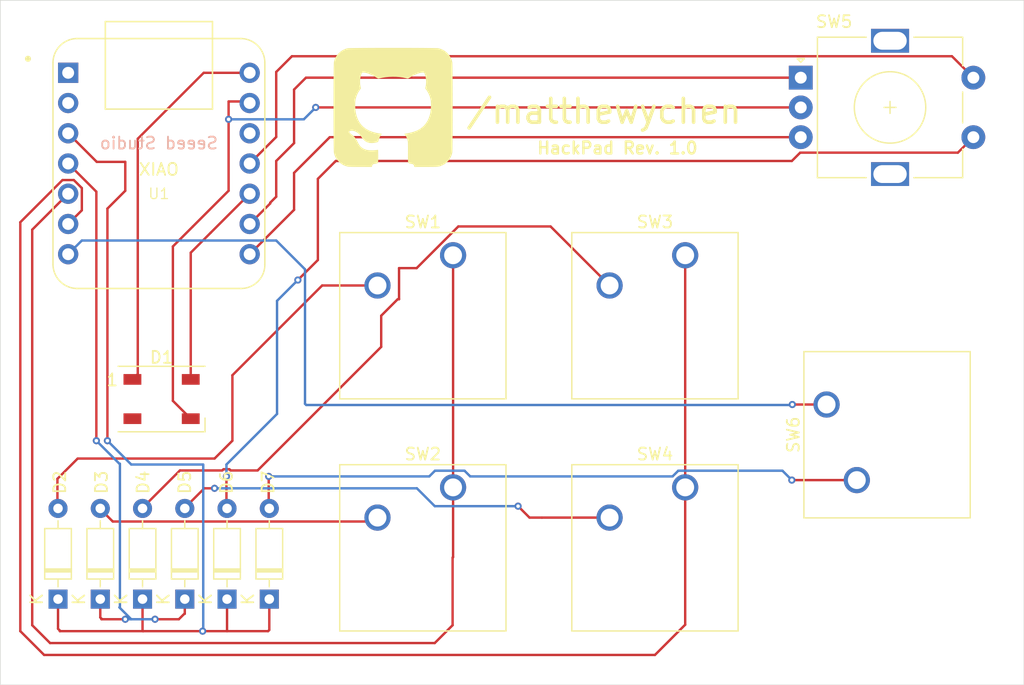
<source format=kicad_pcb>
(kicad_pcb (version 20240108) (generator "pcbnew") (generator_version "8.0")
  (title_block (title "HackPad") (date "2024-10-10") (rev "1.0") (company "Hack Club") (comment 1 "Matthew Chen for"))
  (layers (0 "F.Cu" signal) (31 "B.Cu" signal) (34 "B.Paste" user) (35 "F.Paste" user) (36 "B.SilkS" user "B.Silkscreen") (37 "F.SilkS" user "F.Silkscreen") (38 "B.Mask" user) (39 "F.Mask" user) (44 "Edge.Cuts" user))
  (net 0 "")
  (net 2 "Net-(D1-DIN)")
  (net 3 "GND")
  (net 4 "VCC")
  (net 5 "Net-(D2-K)")
  (net 6 "Net-(D2-A)")
  (net 7 "Net-(D3-K)")
  (net 8 "Net-(D3-A)")
  (net 9 "Net-(D4-A)")
  (net 10 "Net-(D5-A)")
  (net 11 "Net-(D6-A)")
  (net 12 "Net-(D7-A)")
  (net 13 "Net-(U1-PB09_A7_D7_RX)")
  (net 14 "Net-(U1-PA7_A8_D8_SCK)")
  (net 15 "Net-(U1-PA6_A10_D10_MOSI)")
  (net 19 "/C0")
  (net 20 "/C2")
  (net 21 "Net-(U1-PB08_A6_D6_TX)")
  (footprint "Button_Switch_Keyboard:SW_Cherry_MX_2.00u_PCB" (layer "F.Cu") (at 169.537056 102.44 90)
    (property "Reference" "SW6" (at -2.54 -2.794 90) (layer "F.SilkS"))
    (property "Value" "SW_Push_45deg")
    (fp_line (start 4.445 -1.905) (end 4.445 12.065) (stroke (width 0.12)) (layer "F.SilkS"))
    (fp_line (start -9.525 -1.905) (end 4.445 -1.905) (stroke (width 0.12)) (layer "F.SilkS"))
    (fp_line (start 4.445 12.065) (end -9.525 12.065) (stroke (width 0.12)) (layer "F.SilkS"))
    (fp_line (start -9.525 12.065) (end -9.525 -1.905) (stroke (width 0.12)) (layer "F.SilkS"))
    (pad "" np_thru_hole circle (at -14.44 -1.92 90) (size 3.05 3.05) (drill 3.05) (layers "*.Cu" "*.Mask"))
    (pad "" np_thru_hole circle (at -14.44 13.32 90) (size 4 4) (drill 4) (layers "*.Cu" "*.Mask"))
    (pad "" np_thru_hole circle (at -7.62 5.08 90) (size 1.7 1.7) (drill 1.7) (layers "*.Cu" "*.Mask"))
    (pad "" np_thru_hole circle (at -2.54 5.08 90) (size 4 4) (drill 4) (layers "*.Cu" "*.Mask"))
    (pad "" np_thru_hole circle (at 2.54 5.08 90) (size 1.7 1.7) (drill 1.7) (layers "*.Cu" "*.Mask"))
    (pad "" np_thru_hole circle (at 9.36 -1.92 90) (size 3.05 3.05) (drill 3.05) (layers "*.Cu" "*.Mask"))
    (pad "" np_thru_hole circle (at 9.36 13.32 90) (size 4 4) (drill 4) (layers "*.Cu" "*.Mask"))
    (pad "1" thru_hole circle (at 0 0 90) (size 2.2 2.2) (drill 1.5) (layers "*.Cu" "*.Mask") (net 21 "Net-(U1-PB08_A6_D6_TX)"))
    (pad "2" thru_hole circle (at -6.35 2.54 90) (size 2.2 2.2) (drill 1.5) (layers "*.Cu" "*.Mask") (net 12 "Net-(D7-A)"))
  )
  (footprint "Button_Switch_Keyboard:SW_Cherry_MX_1.00u_PCB" (layer "F.Cu") (at 157.657056 109.4)
    (property "Reference" "SW4" (at -2.54 -2.794 0) (layer "F.SilkS"))
    (property "Value" "SW_Push_45deg")
    (fp_line (start -9.525 -1.905) (end 4.445 -1.905) (stroke (width 0.12)) (layer "F.SilkS"))
    (fp_line (start -9.525 12.065) (end -9.525 -1.905) (stroke (width 0.12)) (layer "F.SilkS"))
    (fp_line (start 4.445 -1.905) (end 4.445 12.065) (stroke (width 0.12)) (layer "F.SilkS"))
    (fp_line (start 4.445 12.065) (end -9.525 12.065) (stroke (width 0.12)) (layer "F.SilkS"))
    (pad "" np_thru_hole circle (at -7.62 5.08) (size 1.7 1.7) (drill 1.7) (layers "*.Cu" "*.Mask"))
    (pad "" np_thru_hole circle (at -2.54 5.08) (size 4 4) (drill 4) (layers "*.Cu" "*.Mask"))
    (pad "" np_thru_hole circle (at 2.54 5.08) (size 1.7 1.7) (drill 1.7) (layers "*.Cu" "*.Mask"))
    (pad "1" thru_hole circle (at 0 0) (size 2.2 2.2) (drill 1.5) (layers "*.Cu" "*.Mask") (net 20 "/C2"))
    (pad "2" thru_hole circle (at -6.35 2.54) (size 2.2 2.2) (drill 1.5) (layers "*.Cu" "*.Mask") (net 10 "Net-(D5-A)"))
  )
  (footprint "Button_Switch_Keyboard:SW_Cherry_MX_1.00u_PCB" (layer "F.Cu") (at 138.157056 109.4)
    (property "Reference" "SW2" (at -2.54 -2.794 0) (layer "F.SilkS"))
    (property "Value" "SW_Push_45deg")
    (fp_line (start -9.525 -1.905) (end 4.445 -1.905) (stroke (width 0.12)) (layer "F.SilkS"))
    (fp_line (start -9.525 12.065) (end -9.525 -1.905) (stroke (width 0.12)) (layer "F.SilkS"))
    (fp_line (start 4.445 -1.905) (end 4.445 12.065) (stroke (width 0.12)) (layer "F.SilkS"))
    (fp_line (start 4.445 12.065) (end -9.525 12.065) (stroke (width 0.12)) (layer "F.SilkS"))
    (pad "" np_thru_hole circle (at -7.62 5.08) (size 1.7 1.7) (drill 1.7) (layers "*.Cu" "*.Mask"))
    (pad "" np_thru_hole circle (at -2.54 5.08) (size 4 4) (drill 4) (layers "*.Cu" "*.Mask"))
    (pad "" np_thru_hole circle (at 2.54 5.08) (size 1.7 1.7) (drill 1.7) (layers "*.Cu" "*.Mask"))
    (pad "1" thru_hole circle (at 0 0) (size 2.2 2.2) (drill 1.5) (layers "*.Cu" "*.Mask") (net 19 "/C0"))
    (pad "2" thru_hole circle (at -6.35 2.54) (size 2.2 2.2) (drill 1.5) (layers "*.Cu" "*.Mask") (net 8 "Net-(D3-A)"))
  )
  (footprint "footprints:XIAO-Generic-Thruhole-14P-2.54-21X17.8MM" (layer "F.Cu") (at 113.443188 82.192015)
    (property "Reference" "U1" (at 0 2.54 0) (layer "F.SilkS") (effects (font (size 0.889 0.889) (thickness 0.1016))))
    (property "Value" "Seeed Studio XIAO SAMD21" (hide yes))
    (fp_line (start -8.9 -8.5) (end -8.9 8.5) (stroke (width 0.127)) (layer "F.SilkS"))
    (fp_line (start -6.9 10.5) (end 6.9 10.5) (stroke (width 0.127)) (layer "F.SilkS"))
    (fp_line (start -4.5 -11.92403) (end 4.5 -11.92403) (stroke (width 0.127)) (layer "F.SilkS"))
    (fp_line (start -4.5 -4.57073) (end -4.5 -11.92403) (stroke (width 0.127)) (layer "F.SilkS"))
    (fp_line (start 4.5 -11.92403) (end 4.5 -4.57073) (stroke (width 0.127)) (layer "F.SilkS"))
    (fp_line (start 4.5 -4.57073) (end -4.5 -4.57073) (stroke (width 0.127)) (layer "F.SilkS"))
    (fp_line (start 6.9 -10.49909) (end -6.9 -10.49909) (stroke (width 0.127)) (layer "F.SilkS"))
    (fp_line (start 8.9 8.5) (end 8.9 -8.5) (stroke (width 0.127)) (layer "F.SilkS"))
    (fp_arc (start -8.9 -8.5) (mid -8.301491 -9.901491) (end -6.9 -10.5) (stroke (width 0.12)) (layer "F.SilkS"))
    (fp_arc (start -6.9 10.5) (mid -8.301423 9.901423) (end -8.9 8.5) (stroke (width 0.12)) (layer "F.SilkS"))
    (fp_arc (start 6.9 -10.5) (mid 8.301492 -9.901492) (end 8.9 -8.5) (stroke (width 0.12)) (layer "F.SilkS"))
    (fp_arc (start 8.9 8.5) (mid 8.314214 9.914214) (end 6.9 10.5) (stroke (width 0.12)) (layer "F.SilkS"))
    (fp_circle (center -11 -8.8) (end -11 -9.054) (fill solid) (layer "F.SilkS"))
    (fp_poly (pts (xy -8.887715 -8.561705) (xy -8.884667 -8.610473) (xy -8.880603 -8.659494)) (stroke (width 0.0254)) (fill none) (layer "F.SilkS"))
    (fp_poly (pts (xy 8.889492 8.521574) (xy 8.887713 8.57085) (xy 8.884665 8.619618) (xy 8.880601 8.668639) (xy 8.875268 8.717407) (xy 8.868664 8.766175) (xy 8.861044 8.81469) (xy 8.852153 8.86295) (xy 8.842248 8.910955)) (stroke (width 0.0254)) (fill none) (layer "F.SilkS"))
    (fp_text user "Seeed Studio" (at 0 -1.712015 -0) (layer "B.SilkS") (effects (justify mirror)))
    (fp_text user "XIAO" (at 0 0.5 0) (layer "F.SilkS"))
    (pad "1" thru_hole rect (at -7.625 -7.62) (size 1.7 1.7) (drill 1) (layers "*.Cu" "*.Mask"))
    (pad "2" thru_hole circle (at -7.625 -5.08) (size 1.7 1.7) (drill 1) (layers "*.Cu" "*.Mask"))
    (pad "3" thru_hole circle (at -7.625 -2.54) (size 1.7 1.7) (drill 1) (layers "*.Cu" "*.Mask") (net 5 "Net-(D2-K)"))
    (pad "4" thru_hole circle (at -7.625 0) (size 1.7 1.7) (drill 1) (layers "*.Cu" "*.Mask") (net 7 "Net-(D3-K)"))
    (pad "5" thru_hole circle (at -7.625 2.54) (size 1.7 1.7) (drill 1) (layers "*.Cu" "*.Mask") (net 19 "/C0"))
    (pad "6" thru_hole circle (at -7.625 5.08 180) (size 1.7 1.7) (drill 1) (layers "*.Cu" "*.Mask") (net 20 "/C2"))
    (pad "7" thru_hole circle (at -7.625 7.62) (size 1.7 1.7) (drill 1) (layers "*.Cu" "*.Mask") (net 21 "Net-(U1-PB08_A6_D6_TX)"))
    (pad "8" thru_hole circle (at 7.625 7.62) (size 1.7 1.7) (drill 1) (layers "*.Cu" "*.Mask") (net 13 "Net-(U1-PB09_A7_D7_RX)"))
    (pad "9" thru_hole circle (at 7.625 5.08) (size 1.7 1.7) (drill 1) (layers "*.Cu" "*.Mask") (net 14 "Net-(U1-PA7_A8_D8_SCK)"))
    (pad "10" thru_hole circle (at 7.625 2.54) (size 1.7 1.7) (drill 1) (layers "*.Cu" "*.Mask") (net 2 "Net-(D1-DIN)"))
    (pad "11" thru_hole circle (at 7.625 0) (size 1.7 1.7) (drill 1) (layers "*.Cu" "*.Mask") (net 15 "Net-(U1-PA6_A10_D10_MOSI)"))
    (pad "12" thru_hole circle (at 7.625 -2.54) (size 1.7 1.7) (drill 1) (layers "*.Cu" "*.Mask"))
    (pad "13" thru_hole circle (at 7.625 -5.08) (size 1.7 1.7) (drill 1) (layers "*.Cu" "*.Mask") (net 3 "GND"))
    (pad "14" thru_hole circle (at 7.625 -7.62) (size 1.7 1.7) (drill 1) (layers "*.Cu" "*.Mask") (net 4 "VCC"))
  )
  (footprint "Diode_THT:D_DO-35_SOD27_P7.62mm_Horizontal" (layer "F.Cu") (at 108.517056 118.79 90)
    (property "Reference" "D3" (at 9.81 0.1 90) (layer "F.SilkS"))
    (property "Value" "D")
    (fp_line (start 5.93 -1.12) (end 1.69 -1.12) (stroke (width 0.12)) (layer "F.SilkS"))
    (fp_line (start 2.53 -1.12) (end 2.53 1.12) (stroke (width 0.12)) (layer "F.SilkS"))
    (fp_line (start 2.41 -1.12) (end 2.41 1.12) (stroke (width 0.12)) (layer "F.SilkS"))
    (fp_line (start 2.29 -1.12) (end 2.29 1.12) (stroke (width 0.12)) (layer "F.SilkS"))
    (fp_line (start 1.69 -1.12) (end 1.69 1.12) (stroke (width 0.12)) (layer "F.SilkS"))
    (fp_line (start 6.58 0) (end 5.93 0) (stroke (width 0.12)) (layer "F.SilkS"))
    (fp_line (start 1.04 0) (end 1.69 0) (stroke (width 0.12)) (layer "F.SilkS"))
    (fp_line (start 5.93 1.12) (end 5.93 -1.12) (stroke (width 0.12)) (layer "F.SilkS"))
    (fp_line (start 1.69 1.12) (end 5.93 1.12) (stroke (width 0.12)) (layer "F.SilkS"))
    (fp_text user "K" (at 0 -1.8 90) (layer "F.SilkS"))
    (pad "1" thru_hole rect (at 0 0 90) (size 1.6 1.6) (drill 0.8) (layers "*.Cu" "*.Mask") (net 7 "Net-(D3-K)"))
    (pad "2" thru_hole oval (at 7.62 0 90) (size 1.6 1.6) (drill 0.8) (layers "*.Cu" "*.Mask") (net 8 "Net-(D3-A)"))
  )
  (footprint "Button_Switch_Keyboard:SW_Cherry_MX_1.00u_PCB" (layer "F.Cu") (at 157.657056 89.9)
    (property "Reference" "SW3" (at -2.54 -2.794 0) (layer "F.SilkS"))
    (property "Value" "SW_Push_45deg")
    (fp_line (start -9.525 -1.905) (end 4.445 -1.905) (stroke (width 0.12)) (layer "F.SilkS"))
    (fp_line (start -9.525 12.065) (end -9.525 -1.905) (stroke (width 0.12)) (layer "F.SilkS"))
    (fp_line (start 4.445 -1.905) (end 4.445 12.065) (stroke (width 0.12)) (layer "F.SilkS"))
    (fp_line (start 4.445 12.065) (end -9.525 12.065) (stroke (width 0.12)) (layer "F.SilkS"))
    (pad "" np_thru_hole circle (at -7.62 5.08) (size 1.7 1.7) (drill 1.7) (layers "*.Cu" "*.Mask"))
    (pad "" np_thru_hole circle (at -2.54 5.08) (size 4 4) (drill 4) (layers "*.Cu" "*.Mask"))
    (pad "" np_thru_hole circle (at 2.54 5.08) (size 1.7 1.7) (drill 1.7) (layers "*.Cu" "*.Mask"))
    (pad "1" thru_hole circle (at 0 0) (size 2.2 2.2) (drill 1.5) (layers "*.Cu" "*.Mask") (net 20 "/C2"))
    (pad "2" thru_hole circle (at -6.35 2.54) (size 2.2 2.2) (drill 1.5) (layers "*.Cu" "*.Mask") (net 9 "Net-(D4-A)"))
  )
  (footprint "Diode_THT:D_DO-35_SOD27_P7.62mm_Horizontal" (layer "F.Cu") (at 122.717056 118.79 90)
    (property "Reference" "D7" (at 9.81 -0.1 90) (layer "F.SilkS"))
    (property "Value" "D")
    (fp_line (start 5.93 -1.12) (end 1.69 -1.12) (stroke (width 0.12)) (layer "F.SilkS"))
    (fp_line (start 2.53 -1.12) (end 2.53 1.12) (stroke (width 0.12)) (layer "F.SilkS"))
    (fp_line (start 2.41 -1.12) (end 2.41 1.12) (stroke (width 0.12)) (layer "F.SilkS"))
    (fp_line (start 2.29 -1.12) (end 2.29 1.12) (stroke (width 0.12)) (layer "F.SilkS"))
    (fp_line (start 1.69 -1.12) (end 1.69 1.12) (stroke (width 0.12)) (layer "F.SilkS"))
    (fp_line (start 6.58 0) (end 5.93 0) (stroke (width 0.12)) (layer "F.SilkS"))
    (fp_line (start 1.04 0) (end 1.69 0) (stroke (width 0.12)) (layer "F.SilkS"))
    (fp_line (start 5.93 1.12) (end 5.93 -1.12) (stroke (width 0.12)) (layer "F.SilkS"))
    (fp_line (start 1.69 1.12) (end 5.93 1.12) (stroke (width 0.12)) (layer "F.SilkS"))
    (fp_text user "K" (at 0 -1.8 90) (layer "F.SilkS"))
    (pad "1" thru_hole rect (at 0 0 90) (size 1.6 1.6) (drill 0.8) (layers "*.Cu" "*.Mask") (net 5 "Net-(D2-K)"))
    (pad "2" thru_hole oval (at 7.62 0 90) (size 1.6 1.6) (drill 0.8) (layers "*.Cu" "*.Mask") (net 12 "Net-(D7-A)"))
  )
  (footprint "Diode_THT:D_DO-35_SOD27_P7.62mm_Horizontal" (layer "F.Cu") (at 112.067056 118.79 90)
    (property "Reference" "D4" (at 9.81 0.05 90) (layer "F.SilkS"))
    (property "Value" "D")
    (fp_line (start 5.93 -1.12) (end 1.69 -1.12) (stroke (width 0.12)) (layer "F.SilkS"))
    (fp_line (start 2.53 -1.12) (end 2.53 1.12) (stroke (width 0.12)) (layer "F.SilkS"))
    (fp_line (start 2.41 -1.12) (end 2.41 1.12) (stroke (width 0.12)) (layer "F.SilkS"))
    (fp_line (start 2.29 -1.12) (end 2.29 1.12) (stroke (width 0.12)) (layer "F.SilkS"))
    (fp_line (start 1.69 -1.12) (end 1.69 1.12) (stroke (width 0.12)) (layer "F.SilkS"))
    (fp_line (start 6.58 0) (end 5.93 0) (stroke (width 0.12)) (layer "F.SilkS"))
    (fp_line (start 1.04 0) (end 1.69 0) (stroke (width 0.12)) (layer "F.SilkS"))
    (fp_line (start 5.93 1.12) (end 5.93 -1.12) (stroke (width 0.12)) (layer "F.SilkS"))
    (fp_line (start 1.69 1.12) (end 5.93 1.12) (stroke (width 0.12)) (layer "F.SilkS"))
    (fp_text user "K" (at 0 -1.8 90) (layer "F.SilkS"))
    (pad "1" thru_hole rect (at 0 0 90) (size 1.6 1.6) (drill 0.8) (layers "*.Cu" "*.Mask") (net 5 "Net-(D2-K)"))
    (pad "2" thru_hole oval (at 7.62 0 90) (size 1.6 1.6) (drill 0.8) (layers "*.Cu" "*.Mask") (net 9 "Net-(D4-A)"))
  )
  (footprint "Button_Switch_Keyboard:SW_Cherry_MX_1.00u_PCB" (layer "F.Cu") (at 138.157056 89.9)
    (property "Reference" "SW1" (at -2.54 -2.794 0) (layer "F.SilkS"))
    (property "Value" "SW_Push_45deg")
    (fp_line (start -9.525 -1.905) (end 4.445 -1.905) (stroke (width 0.12)) (layer "F.SilkS"))
    (fp_line (start -9.525 12.065) (end -9.525 -1.905) (stroke (width 0.12)) (layer "F.SilkS"))
    (fp_line (start 4.445 -1.905) (end 4.445 12.065) (stroke (width 0.12)) (layer "F.SilkS"))
    (fp_line (start 4.445 12.065) (end -9.525 12.065) (stroke (width 0.12)) (layer "F.SilkS"))
    (pad "" np_thru_hole circle (at -7.62 5.08) (size 1.7 1.7) (drill 1.7) (layers "*.Cu" "*.Mask"))
    (pad "" np_thru_hole circle (at -2.54 5.08) (size 4 4) (drill 4) (layers "*.Cu" "*.Mask"))
    (pad "" np_thru_hole circle (at 2.54 5.08) (size 1.7 1.7) (drill 1.7) (layers "*.Cu" "*.Mask"))
    (pad "1" thru_hole circle (at 0 0) (size 2.2 2.2) (drill 1.5) (layers "*.Cu" "*.Mask") (net 19 "/C0"))
    (pad "2" thru_hole circle (at -6.35 2.54) (size 2.2 2.2) (drill 1.5) (layers "*.Cu" "*.Mask") (net 6 "Net-(D2-A)"))
  )
  (footprint "Diode_THT:D_DO-35_SOD27_P7.62mm_Horizontal" (layer "F.Cu") (at 104.967056 118.79 90)
    (property "Reference" "D2" (at 9.81 0.15 90) (layer "F.SilkS"))
    (property "Value" "D")
    (fp_line (start 5.93 -1.12) (end 1.69 -1.12) (stroke (width 0.12)) (layer "F.SilkS"))
    (fp_line (start 2.53 -1.12) (end 2.53 1.12) (stroke (width 0.12)) (layer "F.SilkS"))
    (fp_line (start 2.41 -1.12) (end 2.41 1.12) (stroke (width 0.12)) (layer "F.SilkS"))
    (fp_line (start 2.29 -1.12) (end 2.29 1.12) (stroke (width 0.12)) (layer "F.SilkS"))
    (fp_line (start 1.69 -1.12) (end 1.69 1.12) (stroke (width 0.12)) (layer "F.SilkS"))
    (fp_line (start 6.58 0) (end 5.93 0) (stroke (width 0.12)) (layer "F.SilkS"))
    (fp_line (start 1.04 0) (end 1.69 0) (stroke (width 0.12)) (layer "F.SilkS"))
    (fp_line (start 5.93 1.12) (end 5.93 -1.12) (stroke (width 0.12)) (layer "F.SilkS"))
    (fp_line (start 1.69 1.12) (end 5.93 1.12) (stroke (width 0.12)) (layer "F.SilkS"))
    (fp_text user "K" (at 0 -1.8 90) (layer "F.SilkS"))
    (pad "1" thru_hole rect (at 0 0 90) (size 1.6 1.6) (drill 0.8) (layers "*.Cu" "*.Mask") (net 5 "Net-(D2-K)"))
    (pad "2" thru_hole oval (at 7.62 0 90) (size 1.6 1.6) (drill 0.8) (layers "*.Cu" "*.Mask") (net 6 "Net-(D2-A)"))
  )
  (footprint "LED_SMD:LED_WS2812B_PLCC4_5.0x5.0mm_P3.2mm" (layer "F.Cu") (at 113.667056 101.98)
    (property "Reference" "D1" (at 0 -3.5 0) (layer "F.SilkS"))
    (property "Value" "WS2812B")
    (fp_line (start -3.65 -2.75) (end 3.65 -2.75) (stroke (width 0.12)) (layer "F.SilkS"))
    (fp_line (start -3.65 2.75) (end 3.65 2.75) (stroke (width 0.12)) (layer "F.SilkS"))
    (fp_line (start 3.65 2.75) (end 3.65 1.6) (stroke (width 0.12)) (layer "F.SilkS"))
    (fp_text user "1" (at -4.15 -1.6 0) (layer "F.SilkS"))
    (pad "1" smd rect (at -2.45 -1.65) (size 1.5 0.9) (layers "F.Cu" "F.Paste" "F.Mask") (net 4 "VCC"))
    (pad "2" smd rect (at -2.45 1.65) (size 1.5 0.9) (layers "F.Cu" "F.Paste" "F.Mask"))
    (pad "3" smd rect (at 2.45 1.65) (size 1.5 0.9) (layers "F.Cu" "F.Paste" "F.Mask") (net 3 "GND"))
    (pad "4" smd rect (at 2.45 -1.65) (size 1.5 0.9) (layers "F.Cu" "F.Paste" "F.Mask") (net 2 "Net-(D1-DIN)"))
  )
  (footprint "Diode_THT:D_DO-35_SOD27_P7.62mm_Horizontal" (layer "F.Cu") (at 115.617056 118.79 90)
    (property "Reference" "D5" (at 9.81 0 90) (layer "F.SilkS"))
    (property "Value" "D")
    (fp_line (start 5.93 -1.12) (end 1.69 -1.12) (stroke (width 0.12)) (layer "F.SilkS"))
    (fp_line (start 2.53 -1.12) (end 2.53 1.12) (stroke (width 0.12)) (layer "F.SilkS"))
    (fp_line (start 2.41 -1.12) (end 2.41 1.12) (stroke (width 0.12)) (layer "F.SilkS"))
    (fp_line (start 2.29 -1.12) (end 2.29 1.12) (stroke (width 0.12)) (layer "F.SilkS"))
    (fp_line (start 1.69 -1.12) (end 1.69 1.12) (stroke (width 0.12)) (layer "F.SilkS"))
    (fp_line (start 6.58 0) (end 5.93 0) (stroke (width 0.12)) (layer "F.SilkS"))
    (fp_line (start 1.04 0) (end 1.69 0) (stroke (width 0.12)) (layer "F.SilkS"))
    (fp_line (start 5.93 1.12) (end 5.93 -1.12) (stroke (width 0.12)) (layer "F.SilkS"))
    (fp_line (start 1.69 1.12) (end 5.93 1.12) (stroke (width 0.12)) (layer "F.SilkS"))
    (fp_text user "K" (at 0 -1.8 90) (layer "F.SilkS"))
    (pad "1" thru_hole rect (at 0 0 90) (size 1.6 1.6) (drill 0.8) (layers "*.Cu" "*.Mask") (net 7 "Net-(D3-K)"))
    (pad "2" thru_hole oval (at 7.62 0 90) (size 1.6 1.6) (drill 0.8) (layers "*.Cu" "*.Mask") (net 10 "Net-(D5-A)"))
  )
  (footprint "Diode_THT:D_DO-35_SOD27_P7.62mm_Horizontal" (layer "F.Cu") (at 119.167056 118.79 90)
    (property "Reference" "D6" (at 9.81 -0.05 90) (layer "F.SilkS"))
    (property "Value" "D")
    (fp_line (start 5.93 -1.12) (end 1.69 -1.12) (stroke (width 0.12)) (layer "F.SilkS"))
    (fp_line (start 2.53 -1.12) (end 2.53 1.12) (stroke (width 0.12)) (layer "F.SilkS"))
    (fp_line (start 2.41 -1.12) (end 2.41 1.12) (stroke (width 0.12)) (layer "F.SilkS"))
    (fp_line (start 2.29 -1.12) (end 2.29 1.12) (stroke (width 0.12)) (layer "F.SilkS"))
    (fp_line (start 1.69 -1.12) (end 1.69 1.12) (stroke (width 0.12)) (layer "F.SilkS"))
    (fp_line (start 6.58 0) (end 5.93 0) (stroke (width 0.12)) (layer "F.SilkS"))
    (fp_line (start 1.04 0) (end 1.69 0) (stroke (width 0.12)) (layer "F.SilkS"))
    (fp_line (start 5.93 1.12) (end 5.93 -1.12) (stroke (width 0.12)) (layer "F.SilkS"))
    (fp_line (start 1.69 1.12) (end 5.93 1.12) (stroke (width 0.12)) (layer "F.SilkS"))
    (fp_text user "K" (at 0 -1.8 90) (layer "F.SilkS"))
    (pad "1" thru_hole rect (at 0 0 90) (size 1.6 1.6) (drill 0.8) (layers "*.Cu" "*.Mask") (net 5 "Net-(D2-K)"))
    (pad "2" thru_hole oval (at 7.62 0 90) (size 1.6 1.6) (drill 0.8) (layers "*.Cu" "*.Mask") (net 11 "Net-(D6-A)"))
  )
  (footprint "Rotary_Encoder:RotaryEncoder_Alps_EC11E-Switch_Vertical_H20mm" (layer "F.Cu") (at 167.367056 74.98)
    (property "Reference" "SW5" (at 2.8 -4.7 0) (layer "F.SilkS"))
    (property "Value" "RotaryEncoder_Switch")
    (fp_line (start -0.3 -1.6) (end 0.3 -1.6) (stroke (width 0.12)) (layer "F.SilkS"))
    (fp_line (start 0 -1.3) (end -0.3 -1.6) (stroke (width 0.12)) (layer "F.SilkS"))
    (fp_line (start 0.3 -1.6) (end 0 -1.3) (stroke (width 0.12)) (layer "F.SilkS"))
    (fp_line (start 1.4 -3.4) (end 1.4 8.4) (stroke (width 0.12)) (layer "F.SilkS"))
    (fp_line (start 5.5 -3.4) (end 1.4 -3.4) (stroke (width 0.12)) (layer "F.SilkS"))
    (fp_line (start 5.5 8.4) (end 1.4 8.4) (stroke (width 0.12)) (layer "F.SilkS"))
    (fp_line (start 7 2.5) (end 8 2.5) (stroke (width 0.12)) (layer "F.SilkS"))
    (fp_line (start 7.5 2) (end 7.5 3) (stroke (width 0.12)) (layer "F.SilkS"))
    (fp_line (start 9.5 -3.4) (end 13.6 -3.4) (stroke (width 0.12)) (layer "F.SilkS"))
    (fp_line (start 13.6 -3.4) (end 13.6 -1) (stroke (width 0.12)) (layer "F.SilkS"))
    (fp_line (start 13.6 1.2) (end 13.6 3.8) (stroke (width 0.12)) (layer "F.SilkS"))
    (fp_line (start 13.6 6) (end 13.6 8.4) (stroke (width 0.12)) (layer "F.SilkS"))
    (fp_line (start 13.6 8.4) (end 9.5 8.4) (stroke (width 0.12)) (layer "F.SilkS"))
    (fp_circle (center 7.5 2.5) (end 10.5 2.5) (stroke (width 0.12)) (fill none) (layer "F.SilkS"))
    (pad "A" thru_hole rect (at 0 0) (size 2 2) (drill 1) (layers "*.Cu" "*.Mask") (net 14 "Net-(U1-PA7_A8_D8_SCK)"))
    (pad "B" thru_hole circle (at 0 5) (size 2 2) (drill 1) (layers "*.Cu" "*.Mask") (net 13 "Net-(U1-PB09_A7_D7_RX)"))
    (pad "C" thru_hole circle (at 0 2.5) (size 2 2) (drill 1) (layers "*.Cu" "*.Mask") (net 3 "GND"))
    (pad "MP" thru_hole rect (at 7.5 -3.1) (size 3.2 2) (drill oval 2.8 1.5) (layers "*.Cu" "*.Mask"))
    (pad "MP" thru_hole rect (at 7.5 8.1) (size 3.2 2) (drill oval 2.8 1.5) (layers "*.Cu" "*.Mask"))
    (pad "S1" thru_hole circle (at 14.5 5) (size 2 2) (drill 1) (layers "*.Cu" "*.Mask") (net 11 "Net-(D6-A)"))
    (pad "S2" thru_hole circle (at 14.5 0) (size 2 2) (drill 1) (layers "*.Cu" "*.Mask") (net 15 "Net-(U1-PA6_A10_D10_MOSI)"))
  )
  (footprint "footprints:GH LOGO" (layer "F.Cu") (at 133.117056 77.48)
    (property "Reference" "G***" (hide yes))
    (property "Value" "LOGO" (hide yes))
    (fp_poly (pts (xy 0.189553 -5.004484) (xy 0.527156 -5.004241) (xy 0.861054 -5.003768) (xy 1.188869 -5.003065) (xy 1.508224 -5.002133) (xy 1.816742 -5.000972) (xy 2.112047 -4.99958) (xy 2.391762 -4.997959) (xy 2.65351 -4.996108) (xy 2.894915 -4.994028) (xy 3.113598 -4.991717) (xy 3.307185 -4.989177) (xy 3.473297 -4.986408) (xy 3.609559 -4.983408) (xy 3.713592 -4.980179) (xy 3.783021 -4.976721) (xy 3.813632 -4.973482) (xy 4.033991 -4.910166) (xy 4.23415 -4.816644) (xy 4.41969 -4.689847) (xy 4.561867 -4.561868) (xy 4.717606 -4.384027) (xy 4.837604 -4.196048) (xy 4.924932 -3.992351) (xy 4.973481 -3.813633) (xy 4.977142 -3.776675) (xy 4.980574 -3.703017) (xy 4.983775 -3.595037) (xy 4.986747 -3.455112) (xy 4.98949 -3.285617) (xy 4.992003 -3.08893) (xy 4.994286 -2.867427) (xy 4.996339 -2.623486) (xy 4.998163 -2.359483) (xy 4.999757 -2.077795) (xy 5.001121 -1.780798) (xy 5.002256 -1.470871) (xy 5.003161 -1.150388) (xy 5.003836 -0.821728) (xy 5.004282 -0.487266) (xy 5.004498 -0.149381) (xy 5.004484 0.189553) (xy 5.004241 0.527156) (xy 5.003768 0.861054) (xy 5.003065 1.188869) (xy 5.002133 1.508224) (xy 5.000971 1.816742) (xy 4.99958 2.112047) (xy 4.997958 2.391762) (xy 4.996107 2.65351) (xy 4.994027 2.894915) (xy 4.991717 3.113598) (xy 4.989177 3.307185) (xy 4.986407 3.473297) (xy 4.983408 3.609559) (xy 4.980179 3.713592) (xy 4.97672 3.783021) (xy 4.973481 3.813632) (xy 4.910165 4.033991) (xy 4.816643 4.23415) (xy 4.689846 4.41969) (xy 4.561867 4.561867) (xy 4.424786 4.687203) (xy 4.288808 4.785073) (xy 4.140724 4.864373) (xy 4.06331 4.897711) (xy 4.006049 4.920183) (xy 3.952163 4.939151) (xy 3.89783 4.95491) (xy 3.839229 4.96776) (xy 3.77254 4.977996) (xy 3.693943 4.985918) (xy 3.599616 4.991823) (xy 3.485739 4.996007) (xy 3.348492 4.998769) (xy 3.184053 5.000406) (xy 2.988603 5.001215) (xy 2.75832 5.001495) (xy 2.7305 5.001507) (xy 1.778 5.001846) (xy 1.777927 4.957884) (xy 1.764749 4.902943) (xy 1.732312 4.840854) (xy 1.691033 4.789158) (xy 1.666699 4.770608) (xy 1.628694 4.758089) (xy 1.567087 4.745278) (xy 1.51423 4.737437) (xy 1.420547 4.723378) (xy 1.35677 4.706077) (xy 1.313732 4.681795) (xy 1.282265 4.646792) (xy 1.278581 4.641313) (xy 1.270669 4.626128) (xy 1.264173 4.604607) (xy 1.258972 4.573163) (xy 1.254948 4.528204) (xy 1.251982 4.466143) (xy 1.249956 4.38339) (xy 1.24875 4.276356) (xy 1.248246 4.141452) (xy 1.248325 3.975087) (xy 1.248867 3.773674) (xy 1.248959 3.746557) (xy 1.249576 3.540935) (xy 1.249773 3.370273) (xy 1.249398 3.230457) (xy 1.248298 3.117369) (xy 1.24632 3.026895) (xy 1.243313 2.954918) (xy 1.239123 2.897324) (xy 1.233597 2.849996) (xy 1.226583 2.80882) (xy 1.217928 2.769678) (xy 1.211806 2.745154) (xy 1.15698 2.570927) (xy 1.08871 2.427485) (xy 1.00457 2.308894) (xy 0.967016 2.262835) (xy 0.944097 2.230409) (xy 0.940408 2.220359) (xy 0.961149 2.215338) (xy 1.013565 2.204905) (xy 1.090832 2.190355) (xy 1.186128 2.172988) (xy 1.240692 2.163248) (xy 1.544158 2.098271) (xy 1.81501 2.016108) (xy 2.056409 1.915293) (xy 2.271517 1.794357) (xy 2.463497 1.651833) (xy 2.584873 1.539388) (xy 2.755773 1.338933) (xy 2.898886 1.111341) (xy 3.01389 0.85727) (xy 3.100463 0.577378) (xy 3.136276 0.410307) (xy 3.15524 0.279429) (xy 3.169264 0.126619) (xy 3.178157 -0.038243) (xy 3.181729 -0.205277) (xy 3.179788 -0.364603) (xy 3.172144 -0.506342) (xy 3.158603 -0.620614) (xy 3.156462 -0.632605) (xy 3.085793 -0.906643) (xy 2.979648 -1.164475) (xy 2.838351 -1.405359) (xy 2.784549 -1.48036) (xy 2.695957 -1.598213) (xy 2.735072 -1.761376) (xy 2.766314 -1.953124) (xy 2.774324 -2.130989) (xy 2.770799 -2.281972) (xy 2.758385 -2.414881) (xy 2.734658 -2.545838) (xy 2.697192 -2.690966) (xy 2.682603 -2.740704) (xy 2.653999 -2.830129) (xy 2.626606 -2.887677) (xy 2.591615 -2.919243) (xy 2.540217 -2.930721) (xy 2.463602 -2.928003) (xy 2.410302 -2.922878) (xy 2.264589 -2.896729) (xy 2.097244 -2.847442) (xy 1.915649 -2.77805) (xy 1.72719 -2.691587) (xy 1.539252 -2.591088) (xy 1.406317 -2.510403) (xy 1.338869 -2.46972) (xy 1.280635 -2.439169) (xy 1.241734 -2.423925) (xy 1.235607 -2.423104) (xy 1.201028 -2.428086) (xy 1.14085 -2.440939) (xy 1.067118 -2.459056) (xy 1.055077 -2.462214) (xy 0.810328 -2.514659) (xy 0.53877 -2.551104) (xy 0.249257 -2.571517) (xy -0.049353 -2.575862) (xy -0.348205 -2.564106) (xy -0.638442 -2.536216) (xy -0.911208 -2.492156) (xy -1.012848 -2.470136) (xy -1.098918 -2.450533) (xy -1.172325 -2.434884) (xy -1.2238 -2.425104) (xy -1.242225 -2.42277) (xy -1.270549 -2.432798) (xy -1.321708 -2.459461) (xy -1.386084 -2.497621) (xy -1.406318 -2.510403) (xy -1.589197 -2.619252) (xy -1.778 -2.716284) (xy -1.965342 -2.798466) (xy -2.143839 -2.862762) (xy -2.306107 -2.90614) (xy -2.410303 -2.922878) (xy -2.503687 -2.93069) (xy -2.567229 -2.927402) (xy -2.609737 -2.90712) (xy -2.640022 -2.86395) (xy -2.666892 -2.791999) (xy -2.682604 -2.740704) (xy -2.724761 -2.588014) (xy -2.752436 -2.454431) (xy -2.768055 -2.323833) (xy -2.774044 -2.180095) (xy -2.774325 -2.130989) (xy -2.762545 -1.917627) (xy -2.735073 -1.761376) (xy -2.695958 -1.598213) (xy -2.78455 -1.48036) (xy -2.937277 -1.245179) (xy -3.055005 -0.992688) (xy -3.137495 -0.723435) (xy -3.156658 -0.632507) (xy -3.17165 -0.517564) (xy -3.180118 -0.374015) (xy -3.182323 -0.211736) (xy -3.178529 -0.040605) (xy -3.168995 0.129502) (xy -3.153983 0.288707) (xy -3.133756 0.427134) (xy -3.127785 0.457968) (xy -3.052006 0.750991) (xy -2.951037 1.014532) (xy -2.824121 1.249604) (xy -2.670505 1.457218) (xy -2.489434 1.638386) (xy -2.280153 1.794122) (xy -2.041907 1.925436) (xy -2.028933 1.931512) (xy -1.845675 2.009516) (xy -1.660422 2.072829) (xy -1.461311 2.124964) (xy -1.23648 2.16943) (xy -1.209526 2.174028) (xy -0.943897 2.218716) (xy -1.00887 2.303353) (xy -1.112486 2.469906) (xy -1.189363 2.664647) (xy -1.207838 2.731098) (xy -1.227669 2.802481) (xy -1.246695 2.859269) (xy -1.261169 2.890434) (xy -1.262514 2.892021) (xy -1.30162 2.91401) (xy -1.370613 2.936512) (xy -1.460374 2.957699) (xy -1.561784 2.975743) (xy -1.665722 2.988817) (xy -1.763069 2.995093) (xy -1.778 2.995349) (xy -1.954567 2.985996) (xy -2.111049 2.952643) (xy -2.252174 2.8925) (xy -2.382672 2.802776) (xy -2.507272 2.680681) (xy -2.630704 2.523424) (xy -2.667031 2.470731) (xy -2.794893 2.305694) (xy -2.935789 2.169672) (xy -3.086112 2.065172) (xy -3.242254 1.994698) (xy -3.400607 1.960757) (xy -3.401483 1.960675) (xy -3.509781 1.958299) (xy -3.596948 1.971809) (xy -3.65737 1.999725) (xy -3.684004 2.035162) (xy -3.677943 2.078437) (xy -3.638759 2.134951) (xy -3.568967 2.201917) (xy -3.471083 2.276545) (xy -3.458282 2.285394) (xy -3.348432 2.369969) (xy -3.250471 2.467023) (xy -3.159748 2.58265) (xy -3.071612 2.722949) (xy -2.981413 2.894013) (xy -2.959494 2.939171) (xy -2.875595 3.096866) (xy -2.788118 3.222993) (xy -2.690592 3.324952) (xy -2.576549 3.410146) (xy -2.516783 3.445731) (xy -2.377757 3.51321) (xy -2.235136 3.560274) (xy -2.079169 3.589118) (xy -1.900108 3.601932) (xy -1.817077 3.603062) (xy -1.70351 3.601053) (xy -1.589047 3.595583) (xy -1.48699 3.587486) (xy -1.410638 3.577596) (xy -1.410378 3.57755) (xy -1.340574 3.566171) (xy -1.287468 3.559544) (xy -1.261128 3.558888) (xy -1.260096 3.559391) (xy -1.257985 3.580104) (xy -1.255812 3.634684) (xy -1.253691 3.71792) (xy -1.251735 3.824602) (xy -1.250057 3.949519) (xy -1.248839 4.078352) (xy -1.247667 4.251007) (xy -1.248198 4.388775) (xy -1.252119 4.495844) (xy -1.261117 4.576404) (xy -1.276879 4.634645) (xy -1.301091 4.674755) (xy -1.335442 4.700924) (xy -1.381617 4.717341) (xy -1.441303 4.728195) (xy -1.514231 4.737437) (xy -1.583517 4.74826) (xy -1.640763 4.761307) (xy -1.6667 4.770608) (xy -1.708306 4.807907) (xy -1.74723 4.86597) (xy -1.773054 4.927257) (xy -1.777927 4.957884) (xy -1.778 5.001846) (xy -2.74027 5.000293) (xy -2.980672 4.999619) (xy -3.184854 4.998389) (xy -3.355672 4.99653) (xy -3.495978 4.993967) (xy -3.608628 4.990629) (xy -3.696476 4.986442) (xy -3.762376 4.981334) (xy -3.809183 4.975232) (xy -3.822401 4.972672) (xy -4.044168 4.906804) (xy -4.247383 4.808765) (xy -4.436179 4.676258) (xy -4.561868 4.561867) (xy -4.717606 4.384027) (xy -4.837605 4.196048) (xy -4.924932 3.99235) (xy -4.973482 3.813632) (xy -4.977143 3.776674) (xy -4.980574 3.703017) (xy -4.983776 3.595037) (xy -4.986748 3.455111) (xy -4.989491 3.285616) (xy -4.992003 3.088929) (xy -4.994286 2.867426) (xy -4.99634 2.623485) (xy -4.998163 2.359482) (xy -4.999757 2.077794) (xy -5.001122 1.780798) (xy -5.002255 1.47087) (xy -5.00316 1.150387) (xy -5.003836 0.821727) (xy -5.004282 0.487266) (xy -5.004498 0.14938) (xy -5.004484 -0.189553) (xy -5.004241 -0.527157) (xy -5.003768 -0.861055) (xy -5.003065 -1.188869) (xy -5.002133 -1.508224) (xy -5.000972 -1.816743) (xy -4.99958 -2.112048) (xy -4.997959 -2.391763) (xy -4.996108 -2.653511) (xy -4.994028 -2.894915) (xy -4.991717 -3.113599) (xy -4.989177 -3.307186) (xy -4.986408 -3.473298) (xy -4.983408 -3.609559) (xy -4.980179 -3.713593) (xy -4.976721 -3.783022) (xy -4.973482 -3.813633) (xy -4.910166 -4.033992) (xy -4.816644 -4.234151) (xy -4.689847 -4.419691) (xy -4.561868 -4.561868) (xy -4.384027 -4.717606) (xy -4.196048 -4.837605) (xy -3.992351 -4.924932) (xy -3.813633 -4.973482) (xy -3.776675 -4.977143) (xy -3.703017 -4.980574) (xy -3.595037 -4.983776) (xy -3.455112 -4.986748) (xy -3.285617 -4.989491) (xy -3.08893 -4.992003) (xy -2.867427 -4.994286) (xy -2.623486 -4.99634) (xy -2.359483 -4.998163) (xy -2.077795 -4.999757) (xy -1.780798 -5.001122) (xy -1.470871 -5.002255) (xy -1.150388 -5.00316) (xy -0.821728 -5.003836) (xy -0.487266 -5.004282) (xy -0.149381 -5.004498)) (fill solid) (layer "F.SilkS"))
  )
  (gr_rect (start 100.117056 68.48) (end 186.117056 125.98) (stroke (width 0.05)) (fill none) (layer "Edge.Cuts"))
  (gr_text "HackPad Rev. 1.0" (at 145.117056 81.48 0) (layer "F.SilkS") (effects (font (size 1 1) (thickness 0.2) (bold yes)) (justify left bottom)))
  (gr_text "/matthewychen\n" (at 139.117056 78.98 0) (layer "F.SilkS") (effects (font (size 2 2) (thickness 0.3)) (justify left bottom)))
  (segment (start 116.117056 89.683147) (end 116.117056 99.83) (width 0.2) (layer "F.Cu") (net 2))
  (segment (start 121.068188 84.732015) (end 117.797938 88.002265) (width 0.2) (layer "F.Cu") (net 2))
  (segment (start 117.797938 88.002265) (end 116.117056 89.683147) (width 0.2) (layer "F.Cu") (net 2))
  (segment (start 114.617056 102.13) (end 114.617056 89.160882) (width 0.2) (layer "F.Cu") (net 3))
  (segment (start 116.117056 103.63) (end 114.617056 102.13) (width 0.2) (layer "F.Cu") (net 3))
  (segment (start 120.936173 76.98) (end 121.068188 77.112015) (width 0.2) (layer "F.Cu") (net 3))
  (segment (start 114.617056 89.160882) (end 116.297938 87.48) (width 0.2) (layer "F.Cu") (net 3))
  (segment (start 119.297938 76.98) (end 120.936173 76.98) (width 0.2) (layer "F.Cu") (net 3))
  (segment (start 167.367056 77.48) (end 126.617056 77.48) (width 0.2) (layer "F.Cu") (net 3))
  (segment (start 116.297938 87.48) (end 119.297938 84.48) (width 0.2) (layer "F.Cu") (net 3))
  (segment (start 119.297938 84.48) (end 119.297938 76.98) (width 0.2) (layer "F.Cu") (net 3))
  (via (at 119.297938 78.48) (size 0.6) (drill 0.3) (layers "F.Cu" "B.Cu") (net 3))
  (via (at 126.617056 77.48) (size 0.6) (drill 0.3) (layers "F.Cu" "B.Cu") (net 3))
  (segment (start 125.617056 78.48) (end 119.297938 78.48) (width 0.2) (layer "B.Cu") (net 3))
  (segment (start 126.617056 77.48) (end 125.617056 78.48) (width 0.2) (layer "B.Cu") (net 3))
  (segment (start 111.667056 80.110882) (end 117.205923 74.572015) (width 0.2) (layer "F.Cu") (net 4))
  (segment (start 111.217056 100.33) (end 111.667056 99.88) (width 0.2) (layer "F.Cu") (net 4))
  (segment (start 111.667056 99.88) (end 111.667056 80.110882) (width 0.2) (layer "F.Cu") (net 4))
  (segment (start 117.205923 74.572015) (end 121.068188 74.572015) (width 0.2) (layer "F.Cu") (net 4))
  (segment (start 105.117056 121.48) (end 112.117056 121.48) (width 0.2) (layer "F.Cu") (net 5))
  (segment (start 112.067056 121.43) (end 112.117056 121.48) (width 0.2) (layer "F.Cu") (net 5))
  (segment (start 105.117056 121.48) (end 105.117056 121.43) (width 0.2) (layer "F.Cu") (net 5))
  (segment (start 108.222055 82.055883) (end 110.617056 82.055883) (width 0.2) (layer "F.Cu") (net 5))
  (segment (start 122.617056 121.48) (end 117.117056 121.48) (width 0.2) (layer "F.Cu") (net 5))
  (segment (start 112.117056 121.48) (end 117.117056 121.48) (width 0.2) (layer "F.Cu") (net 5))
  (segment (start 108.222055 82.055883) (end 105.818188 79.652015) (width 0.2) (layer "F.Cu") (net 5))
  (segment (start 110.617056 82.055883) (end 110.617056 84.48) (width 0.2) (layer "F.Cu") (net 5))
  (segment (start 119.167056 121.48) (end 119.167056 118.79) (width 0.2) (layer "F.Cu") (net 5))
  (segment (start 104.967056 118.79) (end 104.967056 121.28) (width 0.2) (layer "F.Cu") (net 5))
  (segment (start 105.117056 121.43) (end 104.967056 121.28) (width 0.2) (layer "F.Cu") (net 5))
  (segment (start 122.717056 121.38) (end 122.617056 121.48) (width 0.2) (layer "F.Cu") (net 5))
  (segment (start 112.067056 118.79) (end 112.067056 121.43) (width 0.2) (layer "F.Cu") (net 5))
  (segment (start 109.117056 85.98) (end 110.617056 84.48) (width 0.2) (layer "F.Cu") (net 5))
  (segment (start 122.717056 118.79) (end 122.717056 121.38) (width 0.2) (layer "F.Cu") (net 5))
  (segment (start 109.117056 105.48) (end 109.117056 85.98) (width 0.2) (layer "F.Cu") (net 5))
  (via (at 109.117056 105.48) (size 0.6) (drill 0.3) (layers "F.Cu" "B.Cu") (net 5))
  (via (at 117.117056 121.48) (size 0.6) (drill 0.3) (layers "F.Cu" "B.Cu") (net 5))
  (segment (start 117.167056 107.48) (end 117.167056 121.48) (width 0.2) (layer "B.Cu") (net 5))
  (segment (start 109.117056 105.48) (end 111.117056 107.48) (width 0.2) (layer "B.Cu") (net 5))
  (segment (start 111.117056 107.48) (end 117.117056 107.48) (width 0.2) (layer "B.Cu") (net 5))
  (segment (start 127.157056 92.44) (end 119.617056 99.98) (width 0.2) (layer "F.Cu") (net 6))
  (segment (start 119.617056 105.48) (end 118.117056 106.98) (width 0.2) (layer "F.Cu") (net 6))
  (segment (start 104.917056 108.68) (end 104.917056 111.17) (width 0.2) (layer "F.Cu") (net 6))
  (segment (start 131.807056 92.44) (end 127.157056 92.44) (width 0.2) (layer "F.Cu") (net 6))
  (segment (start 106.617056 106.98) (end 104.917056 108.68) (width 0.2) (layer "F.Cu") (net 6))
  (segment (start 119.617056 99.98) (end 119.617056 105.48) (width 0.2) (layer "F.Cu") (net 6))
  (segment (start 118.117056 106.98) (end 106.617056 106.98) (width 0.2) (layer "F.Cu") (net 6))
  (segment (start 108.617056 120.48) (end 108.617056 120.43) (width 0.2) (layer "F.Cu") (net 7))
  (segment (start 115.567056 120.03) (end 115.117056 120.48) (width 0.2) (layer "F.Cu") (net 7))
  (segment (start 115.117056 120.48) (end 113.117056 120.48) (width 0.2) (layer "F.Cu") (net 7))
  (segment (start 108.187306 84.561133) (end 105.818188 82.192015) (width 0.2) (layer "F.Cu") (net 7))
  (segment (start 115.617056 118.79) (end 115.617056 120.03) (width 0.2) (layer "F.Cu") (net 7))
  (segment (start 108.617056 120.43) (end 108.517056 120.33) (width 0.2) (layer "F.Cu") (net 7))
  (segment (start 108.617056 120.48) (end 110.617056 120.48) (width 0.2) (layer "F.Cu") (net 7))
  (segment (start 108.187306 105.48) (end 108.187306 84.561133) (width 0.2) (layer "F.Cu") (net 7))
  (segment (start 108.517056 118.79) (end 108.517056 120.33) (width 0.2) (layer "F.Cu") (net 7))
  (via (at 108.187306 105.48) (size 0.6) (drill 0.3) (layers "F.Cu" "B.Cu") (net 7))
  (via (at 110.617056 120.48) (size 0.6) (drill 0.3) (layers "F.Cu" "B.Cu") (net 7))
  (via (at 113.117056 120.48) (size 0.6) (drill 0.3) (layers "F.Cu" "B.Cu") (net 7))
  (segment (start 110.617056 120.48) (end 111.117056 120.48) (width 0.2) (layer "B.Cu") (net 7))
  (segment (start 111.117056 120.48) (end 113.117056 120.48) (width 0.2) (layer "B.Cu") (net 7))
  (segment (start 110.167056 107.40975) (end 110.167056 119.48) (width 0.2) (layer "B.Cu") (net 7))
  (segment (start 108.187306 105.48) (end 110.117056 107.40975) (width 0.2) (layer "B.Cu") (net 7))
  (segment (start 110.117056 119.48) (end 111.117056 120.48) (width 0.2) (layer "B.Cu") (net 7))
  (segment (start 131.807056 111.94) (end 131.477056 112.27) (width 0.2) (layer "F.Cu") (net 8))
  (segment (start 131.477056 112.27) (end 109.567056 112.27) (width 0.2) (layer "F.Cu") (net 8))
  (segment (start 109.567056 112.27) (end 108.467056 111.17) (width 0.2) (layer "F.Cu") (net 8))
  (segment (start 146.347056 87.48) (end 138.597157 87.48) (width 0.2) (layer "F.Cu") (net 9))
  (segment (start 133.5 93.597056) (end 133.617056 93.597056) (width 0.2) (layer "F.Cu") (net 9))
  (segment (start 115.207056 107.98) (end 112.017056 111.17) (width 0.2) (layer "F.Cu") (net 9))
  (segment (start 135.097157 90.98) (end 133.617056 90.98) (width 0.2) (layer "F.Cu") (net 9))
  (segment (start 118.768527 107.98) (end 115.207056 107.98) (width 0.2) (layer "F.Cu") (net 9))
  (segment (start 119.365585 107.88) (end 118.868527 107.88) (width 0.2) (layer "F.Cu") (net 9))
  (segment (start 132.117056 94.98) (end 132.117056 97.597056) (width 0.2) (layer "F.Cu") (net 9))
  (segment (start 138.597157 87.48) (end 135.097157 90.98) (width 0.2) (layer "F.Cu") (net 9))
  (segment (start 132.117056 94.98) (end 133.5 93.597056) (width 0.2) (layer "F.Cu") (net 9))
  (segment (start 121.734112 107.98) (end 119.465585 107.98) (width 0.2) (layer "F.Cu") (net 9))
  (segment (start 133.617056 90.98) (end 133.617056 93.597056) (width 0.2) (layer "F.Cu") (net 9))
  (segment (start 151.307056 92.44) (end 146.347056 87.48) (width 0.2) (layer "F.Cu") (net 9))
  (segment (start 119.465585 107.98) (end 119.365585 107.88) (width 0.2) (layer "F.Cu") (net 9))
  (segment (start 132.117056 97.597056) (end 121.734112 107.98) (width 0.2) (layer "F.Cu") (net 9))
  (segment (start 118.868527 107.88) (end 118.768527 107.98) (width 0.2) (layer "F.Cu") (net 9))
  (segment (start 145.617056 111.94) (end 144.577056 111.94) (width 0.2) (layer "F.Cu") (net 10))
  (segment (start 144.577056 111.94) (end 143.617056 110.98) (width 0.2) (layer "F.Cu") (net 10))
  (segment (start 117.257056 109.48) (end 118.117056 109.48) (width 0.2) (layer "F.Cu") (net 10))
  (segment (start 151.307056 111.94) (end 145.617056 111.94) (width 0.2) (layer "F.Cu") (net 10))
  (segment (start 115.567056 111.17) (end 117.257056 109.48) (width 0.2) (layer "F.Cu") (net 10))
  (via (at 118.117056 109.48) (size 0.6) (drill 0.3) (layers "F.Cu" "B.Cu") (net 10))
  (via (at 143.617056 110.98) (size 0.6) (drill 0.3) (layers "F.Cu" "B.Cu") (net 10))
  (segment (start 143.617056 110.98) (end 136.617056 110.98) (width 0.2) (layer "B.Cu") (net 10))
  (segment (start 135.117056 109.48) (end 118.117056 109.48) (width 0.2) (layer "B.Cu") (net 10))
  (segment (start 136.617056 110.98) (end 135.117056 109.48) (width 0.2) (layer "B.Cu") (net 10))
  (segment (start 119.117056 108.48) (end 119.117056 111.17) (width 0.2) (layer "F.Cu") (net 11))
  (segment (start 128.297938 81.98) (end 166.617056 81.98) (width 0.2) (layer "F.Cu") (net 11))
  (segment (start 125.117056 91.98) (end 126.797938 90.299118) (width 0.2) (layer "F.Cu") (net 11))
  (segment (start 166.617056 81.98) (end 167.317056 81.28) (width 0.2) (layer "F.Cu") (net 11))
  (segment (start 180.567056 81.28) (end 181.867056 79.98) (width 0.2) (layer "F.Cu") (net 11))
  (segment (start 126.797938 83.48) (end 128.207497 82.070441) (width 0.2) (layer "F.Cu") (net 11))
  (segment (start 128.207497 82.070441) (end 128.297938 81.98) (width 0.2) (layer "F.Cu") (net 11))
  (segment (start 167.317056 81.28) (end 180.567056 81.28) (width 0.2) (layer "F.Cu") (net 11))
  (segment (start 126.797938 90.299118) (end 126.797938 83.48) (width 0.2) (layer "F.Cu") (net 11))
  (via (at 119.117056 108.48) (size 0.6) (drill 0.3) (layers "F.Cu" "B.Cu") (net 11))
  (via (at 125.117056 91.98) (size 0.6) (drill 0.3) (layers "F.Cu" "B.Cu") (net 11))
  (segment (start 119.117056 107.48) (end 123.367056 103.23) (width 0.2) (layer "B.Cu") (net 11))
  (segment (start 119.117056 108.48) (end 119.117056 107.48) (width 0.2) (layer "B.Cu") (net 11))
  (segment (start 123.367056 93.73) (end 123.367056 103.23) (width 0.2) (layer "B.Cu") (net 11))
  (segment (start 125.117056 91.98) (end 123.367056 93.73) (width 0.2) (layer "B.Cu") (net 11))
  (segment (start 172.077056 108.79) (end 166.617056 108.79) (width 0.2) (layer "F.Cu") (net 12))
  (segment (start 122.667056 108.48) (end 122.667056 111.17) (width 0.2) (layer "F.Cu") (net 12))
  (via (at 122.667056 108.48) (size 0.6) (drill 0.3) (layers "F.Cu" "B.Cu") (net 12))
  (via (at 166.617056 108.79) (size 0.6) (drill 0.3) (layers "F.Cu" "B.Cu") (net 12))
  (segment (start 136.637056 108) (end 136.157056 108.48) (width 0.2) (layer "B.Cu") (net 12))
  (segment (start 157.077157 108) (end 156.597157 108.48) (width 0.2) (layer "B.Cu") (net 12))
  (segment (start 139.117056 108) (end 136.637056 108) (width 0.2) (layer "B.Cu") (net 12))
  (segment (start 136.157056 108.48) (end 122.667056 108.48) (width 0.2) (layer "B.Cu") (net 12))
  (segment (start 156.597157 108.48) (end 139.597056 108.48) (width 0.2) (layer "B.Cu") (net 12))
  (segment (start 166.617056 108.79) (end 165.827056 108) (width 0.2) (layer "B.Cu") (net 12))
  (segment (start 165.827056 108) (end 157.077157 108) (width 0.2) (layer "B.Cu") (net 12))
  (segment (start 139.597056 108.48) (end 139.117056 108) (width 0.2) (layer "B.Cu") (net 12))
  (segment (start 121.068188 89.812015) (end 124.797938 86.082265) (width 0.2) (layer "F.Cu") (net 13))
  (segment (start 124.797938 86.082265) (end 124.797938 82.98) (width 0.2) (layer "F.Cu") (net 13))
  (segment (start 124.797938 82.98) (end 127.797938 79.98) (width 0.2) (layer "F.Cu") (net 13))
  (segment (start 127.797938 79.98) (end 167.367056 79.98) (width 0.2) (layer "F.Cu") (net 13))
  (segment (start 121.068188 87.20975) (end 121.068188 87.272015) (width 0.2) (layer "F.Cu") (net 14))
  (segment (start 167.367056 74.98) (end 125.797938 74.98) (width 0.2) (layer "F.Cu") (net 14))
  (segment (start 125.797938 74.98) (end 124.797938 75.98) (width 0.2) (layer "F.Cu") (net 14))
  (segment (start 122.797938 85.48) (end 122.797938 85.542265) (width 0.2) (layer "F.Cu") (net 14))
  (segment (start 124.797938 80.48) (end 123.297938 81.98) (width 0.2) (layer "F.Cu") (net 14))
  (segment (start 124.797938 75.98) (end 124.797938 80.48) (width 0.2) (layer "F.Cu") (net 14))
  (segment (start 122.797938 85.542265) (end 121.068188 87.272015) (width 0.2) (layer "F.Cu") (net 14))
  (segment (start 123.297938 84.98) (end 122.797938 85.48) (width 0.2) (layer "F.Cu") (net 14))
  (segment (start 123.297938 81.98) (end 123.297938 84.98) (width 0.2) (layer "F.Cu") (net 14))
  (segment (start 180.067056 73.18) (end 181.867056 74.98) (width 0.2) (layer "F.Cu") (net 15))
  (segment (start 123.297938 79.962265) (end 123.297938 74.499118) (width 0.2) (layer "F.Cu") (net 15))
  (segment (start 124.617056 73.18) (end 180.067056 73.18) (width 0.2) (layer "F.Cu") (net 15))
  (segment (start 121.068188 82.192015) (end 123.297938 79.962265) (width 0.2) (layer "F.Cu") (net 15))
  (segment (start 123.297938 74.499118) (end 124.617056 73.18) (width 0.2) (layer "F.Cu") (net 15))
  (segment (start 138.157056 109.4) (end 138.157056 89.9) (width 0.2) (layer "F.Cu") (net 19))
  (segment (start 138.117056 115.303402) (end 138.117056 120.98) (width 0.2) (layer "F.Cu") (net 19))
  (segment (start 138.117056 120.98) (end 136.617056 122.48) (width 0.2) (layer "F.Cu") (net 19))
  (segment (start 138.157056 115.263402) (end 138.117056 115.303402) (width 0.2) (layer "F.Cu") (net 19))
  (segment (start 104.297938 122.48) (end 102.797938 120.98) (width 0.2) (layer "F.Cu") (net 19))
  (segment (start 136.617056 122.48) (end 104.297938 122.48) (width 0.2) (layer "F.Cu") (net 19))
  (segment (start 102.797938 87.752265) (end 105.818188 84.732015) (width 0.2) (layer "F.Cu") (net 19))
  (segment (start 138.157056 109.4) (end 138.157056 115.263402) (width 0.2) (layer "F.Cu") (net 19))
  (segment (start 102.797938 120.98) (end 102.797938 87.752265) (width 0.2) (layer "F.Cu") (net 19))
  (segment (start 101.797938 87.125919) (end 105.341842 83.582015) (width 0.2) (layer "F.Cu") (net 20))
  (segment (start 155.117056 123.48) (end 103.797938 123.48) (width 0.2) (layer "F.Cu") (net 20))
  (segment (start 157.657056 89.9) (end 157.657056 109.4) (width 0.2) (layer "F.Cu") (net 20))
  (segment (start 103.797938 123.48) (end 101.797938 121.48) (width 0.2) (layer "F.Cu") (net 20))
  (segment (start 106.968188 84.255669) (end 106.968188 86.122015) (width 0.2) (layer "F.Cu") (net 20))
  (segment (start 101.797938 121.48) (end 101.797938 87.125919) (width 0.2) (layer "F.Cu") (net 20))
  (segment (start 157.657056 109.4) (end 157.657056 120.94) (width 0.2) (layer "F.Cu") (net 20))
  (segment (start 106.294534 83.582015) (end 106.968188 84.255669) (width 0.2) (layer "F.Cu") (net 20))
  (segment (start 106.968188 86.122015) (end 105.818188 87.272015) (width 0.2) (layer "F.Cu") (net 20))
  (segment (start 157.657056 120.94) (end 155.117056 123.48) (width 0.2) (layer "F.Cu") (net 20))
  (segment (start 105.341842 83.582015) (end 106.294534 83.582015) (width 0.2) (layer "F.Cu") (net 20))
  (segment (start 169.537056 102.44) (end 166.657056 102.44) (width 0.2) (layer "F.Cu") (net 21))
  (via (at 166.657056 102.44) (size 0.6) (drill 0.3) (layers "F.Cu" "B.Cu") (net 21))
  (segment (start 125.717056 102.38) (end 125.717056 91.08) (width 0.2) (layer "B.Cu") (net 21))
  (segment (start 125.817056 102.48) (end 125.717056 102.38) (width 0.2) (layer "B.Cu") (net 21))
  (segment (start 166.617056 102.48) (end 125.817056 102.48) (width 0.2) (layer "B.Cu") (net 21))
  (segment (start 123.299071 88.662015) (end 106.968188 88.662015) (width 0.2) (layer "B.Cu") (net 21))
  (segment (start 106.968188 88.662015) (end 105.818188 89.812015) (width 0.2) (layer "B.Cu") (net 21))
  (segment (start 166.657056 102.44) (end 166.617056 102.48) (width 0.2) (layer "B.Cu") (net 21))
  (segment (start 125.717056 91.08) (end 123.299071 88.662015) (width 0.2) (layer "B.Cu") (net 21))
)
</source>
